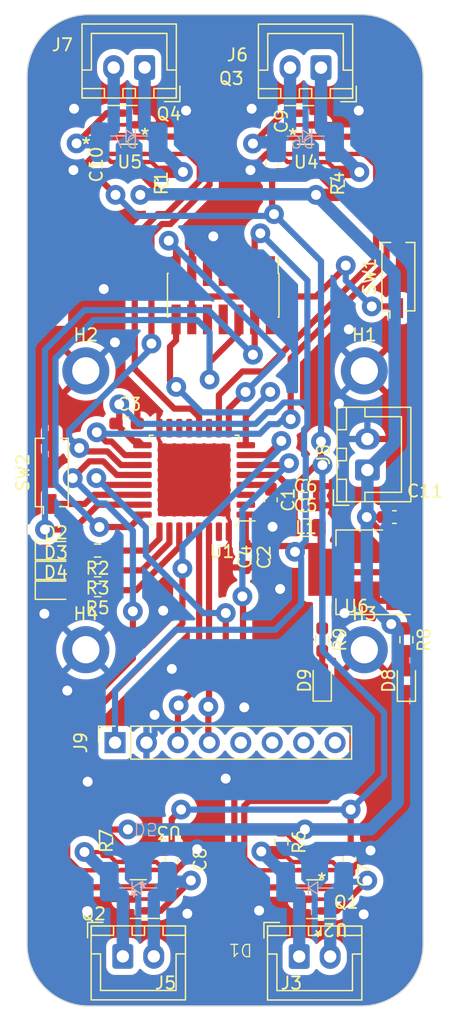
<source format=kicad_pcb>
(kicad_pcb (version 20221018) (generator pcbnew)
  (layers (0 "F.Cu" signal) (31 "B.Cu" signal) (34 "B.Paste" user) (35 "F.Paste" user) (36 "B.SilkS" user "B.Silkscreen") (37 "F.SilkS" user "F.Silkscreen") (38 "B.Mask" user) (39 "F.Mask" user) (44 "Edge.Cuts" user))
  (net 0 "")
  (net 1 "Reset_Buton ")
  (net 2 "GND")
  (net 3 "+3.3V")
  (net 4 "+3.3VA")
  (net 5 "Net-(D2-A)")
  (net 6 "Net-(D3-A)")
  (net 7 "LED_STATUS")
  (net 8 "Net-(D4-A)")
  (net 9 "LED_STOP")
  (net 10 "Net-(D8-A)")
  (net 11 "LED_Start")
  (net 12 "Net-(D1-K)")
  (net 13 "Net-(D1-A)")
  (net 16 "SWDIO")
  (net 17 "SWDCK")
  (net 21 "USART2_RX")
  (net 22 "USART2_TX")
  (net 23 "Net-(D5-K)")
  (net 24 "Net-(D5-A)")
  (net 25 "Net-(D6-K)")
  (net 26 "Net-(D6-A)")
  (net 27 "Net-(D7-K)")
  (net 28 "Net-(D7-A)")
  (net 29 "I2C_SCL")
  (net 30 "I2C_SDA")
  (net 35 "PWM_1")
  (net 36 "PWM_2")
  (net 37 "PWM_3")
  (net 38 "PWM_4")
  (net 39 "VCC")
  (net 40 "Start_Buton")
  (net 43 "AO1")
  (net 44 "AO2")
  (net 45 "AO3")
  (net 47 "AO4")
  (net 52 "Net-(D9-A)")
  (footprint "MountingHole:MountingHole_2.2mm_M2_DIN965_Pad" (layer "F.Cu") (at 50 50)
    (fp_text reference "H2")
    (fp_text value "MountingHole_Pad")
  )
  (footprint "Capacitor_SMD:C_0603_1608Metric_Pad1.08x0.95mm_HandSolder" (layer "F.Cu") (at 67.7375 60.85)
    (fp_text reference "C5")
    (fp_text value "1u")
  )
  (footprint "Connector_JST:JST_XH_B2B-XH-A_1x02_P2.50mm_Vertical" (layer "F.Cu") (at 69 25.535 180)
    (fp_text reference "J6")
    (fp_text value "Conn_01x02")
  )
  (footprint "Connector_JST:JST_XH_B2B-XH-A_1x02_P2.50mm_Vertical" (layer "F.Cu") (at 67.24 97.255)
    (fp_text reference "J3")
    (fp_text value "Conn_01x02")
  )
  (footprint "Connector_JST:JST_XH_B2B-XH-A_1x02_P2.50mm_Vertical" (layer "F.Cu") (at 52.99 97.245)
    (fp_text reference "J5")
    (fp_text value "Conn_01x02")
  )
  (footprint "Button_Switch_SMD:SW_DIP_SPSTx01_Slide_Copal_CHS-01A_W5.08mm_P1.27mm_JPin" (layer "F.Cu") (at 75.25 42.4 90)
    (fp_text reference "SW1")
    (fp_text value "SW_Push")
  )
  (footprint "Connector_JST:JST_XH_B2B-XH-A_1x02_P2.50mm_Vertical" (layer "F.Cu") (at 72.75 58 90)
    (fp_text reference "J8")
    (fp_text value "batterie")
  )
  (footprint "Package_TO_SOT_SMD:SOT-23" (layer "F.Cu") (at 53.5 30.15)
    (fp_text reference "Q4")
    (fp_text value "SQ2310ES")
  )
  (footprint "Package_TO_SOT_SMD:SOT-223-3_TabPin2" (layer "F.Cu") (at 72.12 66.25 180)
    (fp_text reference "U6")
    (fp_text value "regulator_17395xx36")
  )
  (footprint "Capacitor_SMD:C_0603_1608Metric_Pad1.08x0.95mm_HandSolder" (layer "F.Cu") (at 74.9325 61.8)
    (fp_text reference "C11")
    (fp_text value "10uF")
  )
  (footprint "Capacitor_SMD:C_0603_1608Metric_Pad1.08x0.95mm_HandSolder" (layer "F.Cu") (at 65.0525 33.360001 -90)
    (fp_text reference "C9")
    (fp_text value "0.1u")
  )
  (footprint "Connector_PinHeader_1.27mm:PinHeader_2x07_P1.27mm_Vertical_SMD" (layer "F.Cu") (at 61.1 43.9 -90)
    (fp_text reference "J4" hide)
    (fp_text value "Conn_02x07_Odd_Even")
  )
  (footprint "Capacitor_SMD:C_0603_1608Metric_Pad1.08x0.95mm_HandSolder" (layer "F.Cu") (at 50.8 33.350001 -90)
    (fp_text reference "C10")
    (fp_text value "0.1u")
  )
  (footprint "Connector_JST:JST_XH_B2B-XH-A_1x02_P2.50mm_Vertical" (layer "F.Cu") (at 54.75 25.525 180)
    (fp_text reference "J7")
    (fp_text value "Conn_01x02")
  )
  (footprint "MountingHole:MountingHole_2.2mm_M2_DIN965_Pad" (layer "F.Cu") (at 72.5 72.5)
    (fp_text reference "H3")
    (fp_text value "MountingHole_Pad")
  )
  (footprint "LED_SMD:LED_0603_1608Metric_Pad1.05x0.95mm_HandSolder" (layer "F.Cu") (at 47.5825 66.1)
    (fp_text reference "D3")
    (fp_text value "LED")
  )
  (footprint "Resistor_SMD:R_0603_1608Metric_Pad0.98x0.95mm_HandSolder" (layer "F.Cu") (at 70.3525 34.86 90)
    (fp_text reference "R4")
    (fp_text value "R_Small")
  )
  (footprint "Package_TO_SOT_SMD:SOT-23" (layer "F.Cu") (at 54.2375 92.62 180)
    (fp_text reference "Q2")
    (fp_text value "SQ2310ES")
  )
  (footprint "MountingHole:MountingHole_2.2mm_M2_DIN965_Pad" (layer "F.Cu") (at 50 72.5)
    (fp_text reference "H4")
    (fp_text value "MountingHole_Pad")
  )
  (footprint "Button_Switch_SMD:SW_DIP_SPSTx01_Slide_Copal_CHS-01A_W5.08mm_P1.27mm_JPin" (layer "F.Cu") (at 47.25 58.2 90)
    (fp_text reference "SW2")
    (fp_text value "SW_Push")
  )
  (footprint "Resistor_SMD:R_0603_1608Metric_Pad0.98x0.95mm_HandSolder" (layer "F.Cu") (at 65.8 88 -90)
    (fp_text reference "R6")
    (fp_text value "R_Small")
  )
  (footprint "footprints:SC70-6_ONS" (layer "F.Cu") (at 53.55 33.150001)
    (fp_text reference "U5")
    (fp_text value "NCS210")
  )
  (footprint "Inductor_SMD:L_0805_2012Metric_Pad1.15x1.40mm_HandSolder" (layer "F.Cu") (at 67.7875 62.65 180)
    (fp_text reference "L1")
    (fp_text value "39n")
  )
  (footprint "Resistor_SMD:R_0603_1608Metric_Pad0.98x0.95mm_HandSolder" (layer "F.Cu") (at 50.95 67.7 180)
    (fp_text reference "R5")
    (fp_text value "1k")
  )
  (footprint "Package_TO_SOT_SMD:SOT-23" (layer "F.Cu") (at 67.7525 30.16)
    (fp_text reference "Q3")
    (fp_text value "SQ2310ES")
  )
  (footprint "LED_SMD:LED_0603_1608Metric_Pad1.05x0.95mm_HandSolder" (layer "F.Cu") (at 69.1 74.9875 90)
    (fp_text reference "D9")
    (fp_text value "LED")
  )
  (footprint "Resistor_SMD:R_0603_1608Metric_Pad0.98x0.95mm_HandSolder" (layer "F.Cu") (at 56.1 34.85 90)
    (fp_text reference "R1")
    (fp_text value "R_Small")
  )
  (footprint "Resistor_SMD:R_0603_1608Metric_Pad0.98x0.95mm_HandSolder" (layer "F.Cu") (at 50.95 64.5 180)
    (fp_text reference "R2")
    (fp_text value "1k")
  )
  (footprint "Resistor_SMD:R_0603_1608Metric_Pad0.98x0.95mm_HandSolder" (layer "F.Cu") (at 51.6375 87.92 -90)
    (fp_text reference "R7")
    (fp_text value "R_Small")
  )
  (footprint "LED_SMD:LED_0603_1608Metric_Pad1.05x0.95mm_HandSolder" (layer "F.Cu") (at 47.5825 64.5)
    (fp_text reference "D2")
    (fp_text value "LED")
  )
  (footprint "MountingHole:MountingHole_2.2mm_M2_DIN965_Pad" (layer "F.Cu") (at 72.5 50)
    (fp_text reference "H1")
    (fp_text value "MountingHole_Pad")
  )
  (footprint "Resistor_SMD:R_0603_1608Metric_Pad0.98x0.95mm_HandSolder" (layer "F.Cu") (at 75.9 71.7 -90)
    (fp_text reference "R8")
    (fp_text value "1k")
  )
  (footprint "Resistor_SMD:R_0603_1608Metric_Pad0.98x0.95mm_HandSolder" (layer "F.Cu") (at 69.1 71.6875 -90)
    (fp_text reference "R9")
    (fp_text value "1k")
  )
  (footprint "footprints:SC70-6_ONS" (layer "F.Cu") (at 68.44 89.629999 180)
    (fp_text reference "U2")
    (fp_text value "NCS210")
  )
  (footprint "Package_TO_SOT_SMD:SOT-23" (layer "F.Cu") (at 68.49 92.63 180)
    (fp_text reference "Q1")
    (fp_text value "SQ2310ES")
  )
  (footprint "Capacitor_SMD:C_0603_1608Metric_Pad1.08x0.95mm_HandSolder" (layer "F.Cu") (at 64.4 65 -90)
    (fp_text reference "C2")
    (fp_text value "4.7uF")
  )
  (footprint "footprints:SC70-6_ONS" (layer "F.Cu") (at 54.1875 89.619999 180)
    (fp_text reference "U3")
    (fp_text value "NCS210")
  )
  (footprint "Capacitor_SMD:C_0603_1608Metric_Pad1.08x0.95mm_HandSolder" (layer "F.Cu") (at 64.95 60.4 -90)
    (fp_text reference "C1")
    (fp_text value "100nF")
  )
  (footprint "Capacitor_SMD:C_0603_1608Metric_Pad1.08x0.95mm_HandSolder" (layer "F.Cu") (at 62.85 65 -90)
    (fp_text reference "C4")
    (fp_text value "100n")
  )
  (footprint "Capacitor_SMD:C_0603_1608Metric_Pad1.08x0.95mm_HandSolder" (layer "F.Cu") (at 53.3 54.25)
    (fp_text reference "C3")
    (fp_text value "100n")
  )
  (footprint "LED_SMD:LED_0603_1608Metric_Pad1.05x0.95mm_HandSolder" (layer "F.Cu") (at 47.575 67.7)
    (fp_text reference "D4")
    (fp_text value "LED")
  )
  (footprint "footprints:SC70-6_ONS" (layer "F.Cu") (at 67.8025 33.160001)
    (fp_text reference "U4")
    (fp_text value "NCS210")
  )
  (footprint "Resistor_SMD:R_0603_1608Metric_Pad0.98x0.95mm_HandSolder" (layer "F.Cu") (at 50.95 66.1 180)
    (fp_text reference "R3")
    (fp_text value "1k")
  )
  (footprint "Capacitor_SMD:C_0603_1608Metric_Pad1.08x0.95mm_HandSolder" (layer "F.Cu") (at 56.9375 89.419999 90)
    (fp_text reference "C8")
    (fp_text value "0.1u")
  )
  (footprint "LED_SMD:LED_0603_1608Metric_Pad1.05x0.95mm_HandSolder" (layer "F.Cu") (at 75.9 75 90)
    (fp_text reference "D8")
    (fp_text value "LED")
  )
  (footprint "Capacitor_SMD:C_0603_1608Metric_Pad1.08x0.95mm_HandSolder" (layer "F.Cu") (at 71.3 89.4 90)
    (fp_text reference "C7")
    (fp_text value "0.1u")
  )
  (footprint "Connector_PinSocket_2.54mm:PinSocket_1x08_P2.54mm_Vertical" (layer "F.Cu") (at 52.36 80 90)
    (fp_text reference "J9")
    (fp_text value "Conn_01x08")
  )
  (footprint "Capacitor_SMD:C_0603_1608Metric_Pad1.08x0.95mm_HandSolder" (layer "F.Cu") (at 67.7375 59.3)
    (fp_text reference "C6")
    (fp_text value "10n")
  )
  (footprint "Package_QFP:LQFP-32_7x7mm_P0.8mm" (layer "F.Cu") (at 58.75 58.8 180)
    (fp_text reference "U1")
    (fp_text value "STM32L412KBTx")
  )
  (footprint "mesempreintes:DiodeVS-30BQ015HM3" (layer "B.Cu") (at 67.7525 31.56 180)
    (fp_text reference "D6")
    (fp_text value "VS-30BQ0115HM3")
  )
  (footprint "mesempreintes:DiodeVS-30BQ015HM3" (layer "B.Cu") (at 54.2375 91.22)
    (fp_text reference "D5")
    (fp_text value "VS-30BQ0115HM3")
  )
  (footprint "mesempreintes:DiodeVS-30BQ015HM3" (layer "B.Cu") (at 68.49 91.23)
    (fp_text reference "D1")
    (fp_text value "VS-30BQ0115HM3")
  )
  (footprint "mesempreintes:DiodeVS-30BQ015HM3" (layer "B.Cu") (at 53.5 31.55 180)
    (fp_text reference "D7")
    (fp_text value "VS-30BQ0115HM3")
  )
  (gr_line locked (start 50.25 101.25) (end 72.25 101.25) (stroke (width 0.1)) (layer "Edge.Cuts"))
  (gr_line locked (start 77.25 96.25) (end 77.25 26.25) (stroke (width 0.1)) (layer "Edge.Cuts"))
  (gr_arc locked (start 50.25 101.25) (mid 46.714466 99.785534) (end 45.25 96.25) (stroke (width 0.1)) (layer "Edge.Cuts"))
  (gr_line locked (start 72.25 21.25) (end 50.25 21.25) (stroke (width 0.1)) (layer "Edge.Cuts"))
  (gr_line locked (start 45.25 26.25) (end 45.25 96.25) (stroke (width 0.1)) (layer "Edge.Cuts"))
  (gr_arc locked (start 72.25 21.25) (mid 75.785534 22.714466) (end 77.25 26.25) (stroke (width 0.1)) (layer "Edge.Cuts"))
  (gr_arc locked (start 45.25 26.25) (mid 46.714466 22.714466) (end 50.25 21.25) (stroke (width 0.1)) (layer "Edge.Cuts"))
  (gr_arc locked (start 77.25 96.25) (mid 75.785534 99.785534) (end 72.25 101.25) (stroke (width 0.1)) (layer "Edge.Cuts"))
  (gr_text "Drone_1A\n" (at 47.86 45.65 90) (layer "F.Cu") (effects (font (size 1.5 1.5) (thickness 0.3) bold) (justify left bottom)))
  (segment (start 71 41.6) (end 71 41.5) (width 0.5) (layer "F.Cu") (net 1))
  (segment (start 73.1 44.8) (end 75.11 44.8) (width 0.5) (layer "F.Cu") (net 1))
  (segment (start 64.6125 59.2) (end 64.95 59.5375) (width 0.5) (layer "F.Cu") (net 1))
  (segment (start 58.72 44) (end 68.6 44) (width 0.5) (layer "F.Cu") (net 1))
  (segment (start 75.11 44.8) (end 75.25 44.94) (width 0.5) (layer "F.Cu") (net 1))
  (segment (start 68.6 44) (end 71 41.6) (width 0.5) (layer "F.Cu") (net 1))
  (segment (start 62.925 59.2) (end 64.6125 59.2) (width 0.5) (layer "F.Cu") (net 1))
  (segment (start 58.56 44.16) (end 58.72 44) (width 0.5) (layer "F.Cu") (net 1))
  (segment (start 58.56 45.85) (end 58.56 44.16) (width 0.5) (layer "F.Cu") (net 1))
  (via (at 73.1 44.8) (size 1.6) (drill 0.8) (layers "F.Cu" "B.Cu") (net 1))
  (via (at 71 41.5) (size 1.6) (drill 0.8) (layers "F.Cu" "B.Cu") (net 1))
  (segment (start 71 42.7) (end 73.1 44.8) (width 0.5) (layer "B.Cu") (net 1))
  (segment (start 71 41.5) (end 71 42.7) (width 0.5) (layer "B.Cu") (net 1))
  (segment (start 70.34 90.279998) (end 71.177499 90.279998) (width 0.35) (layer "F.Cu") (net 2))
  (segment locked (start 65.9 32.510002) (end 65.062501 32.510002) (width 0.35) (layer "F.Cu") (net 2))
  (segment locked (start 66.9745 32.510002) (end 65.9 32.510002) (width 0.35) (layer "F.Cu") (net 2))
  (segment (start 65.062501 32.510002) (end 64.589998 32.510002) (width 0.5) (layer "F.Cu") (net 2))
  (segment locked (start 51.65 32.500002) (end 51.65 32.75) (width 0.35) (layer "F.Cu") (net 2))
  (segment locked (start 51.65 32.75) (end 52.0472 33.1472) (width 0.35) (layer "F.Cu") (net 2))
  (segment (start 49.487501 33.8) (end 49 33.8) (width 0.5) (layer "F.Cu") (net 2))
  (segment locked (start 52.7245 32.500002) (end 51.65 32.500002) (width 0.35) (layer "F.Cu") (net 2))
  (segment (start 71.420002 90.279998) (end 73 88.7) (width 0.5) (layer "F.Cu") (net 2))
  (segment (start 50.8 32.487501) (end 49.487501 33.8) (width 0.5) (layer "F.Cu") (net 2))
  (segment (start 55.0155 90.269998) (end 56.09 90.269998) (width 0.35) (layer "F.Cu") (net 2))
  (segment (start 56.09 90.269998) (end 56.09 90.02) (width 0.35) (layer "F.Cu") (net 2))
  (segment locked (start 50.812501 32.500002) (end 50.8 32.487501) (width 0.8) (layer "F.Cu") (net 2))
  (segment locked (start 66.2972 33.1572) (end 66.9745 33.1572) (width 0.35) (layer "F.Cu") (net 2))
  (segment (start 57.317501 90.282499) (end 59 88.6) (width 0.5) (layer "F.Cu") (net 2))
  (segment (start 69.9428 89.6328) (end 69.2655 89.6328) (width 0.35) (layer "F.Cu") (net 2))
  (segment locked (start 52.0472 33.1472) (end 52.7245 33.1472) (width 0.35) (layer "F.Cu") (net 2))
  (segment (start 56.927499 90.269998) (end 56.94 90.282499) (width 0.8) (layer "F.Cu") (net 2))
  (segment (start 56.09 90.269998) (end 56.927499 90.269998) (width 0.35) (layer "F.Cu") (net 2))
  (segment (start 71.177499 90.279998) (end 71.19 90.292499) (width 0.8) (layer "F.Cu") (net 2))
  (segment (start 71.177499 90.279998) (end 71.420002 90.279998) (width 0.5) (layer "F.Cu") (net 2))
  (segment (start 55.6928 89.6228) (end 55.0155 89.6228) (width 0.35) (layer "F.Cu") (net 2))
  (segment (start 64.95 62.440683) (end 65.088 62.578683) (width 0.5) (layer "F.Cu") (net 2))
  (segment (start 56.9375 90.282499) (end 57.317501 90.282499) (width 0.5) (layer "F.Cu") (net 2))
  (segment locked (start 51.65 32.500002) (end 50.812501 32.500002) (width 0.35) (layer "F.Cu") (net 2))
  (segment (start 56.09 90.02) (end 55.6928 89.6228) (width 0.35) (layer "F.Cu") (net 2))
  (segment (start 64.95 61.2625) (end 64.95 62.440683) (width 0.5) (layer "F.Cu") (net 2))
  (segment locked (start 65.9 32.510002) (end 65.9 32.76) (width 0.35) (layer "F.Cu") (net 2))
  (segment (start 70.34 90.03) (end 69.9428 89.6328) (width 0.35) (layer "F.Cu") (net 2))
  (segment locked (start 65.9 32.76) (end 66.2972 33.1572) (width 0.35) (layer "F.Cu") (net 2))
  (segment locked (start 65.062501 32.510002) (end 65.05 32.497501) (width 0.8) (layer "F.Cu") (net 2))
  (segment (start 70.34 90.279998) (end 70.34 90.03) (width 0.35) (layer "F.Cu") (net 2))
  (segment (start 69.2655 90.279998) (end 70.34 90.279998) (width 0.35) (layer "F.Cu") (net 2))
  (segment (start 64.589998 32.510002) (end 63.3 33.8) (width 0.5) (layer "F.Cu") (net 2))
  (via (at 56.95 74.05) (size 1.6) (drill 0.8) (layers "F.Cu" "B.Cu") (net 2))
  (via (at 48.5 75.8) (size 1.6) (drill 0.8) (layers "F.Cu" "B.Cu") (net 2))
  (via (at 49.05 28.85) (size 1.6) (drill 0.8) (layers "F.Cu" "B.Cu") (net 2))
  (via (at 64 93.55) (size 1.6) (drill 0.8) (layers "F.Cu" "B.Cu") (net 2))
  (via (at 60.3 39.15) (size 1.6) (drill 0.8) (layers "F.Cu" "B.Cu") (net 2))
  (via (at 73 88.7) (size 1.6) (drill 0.8) (layers "F.Cu" "B.Cu") (net 2))
  (via (at 49 33.8) (size 1.6) (drill 0.8) (layers "F.Cu" "B.Cu") (net 2))
  (via (at 72.45 93.85) (size 1.6) (drill 0.8) (layers "F.Cu" "B.Cu") (net 2))
  (via (at 63.3 33.8) (size 1.6) (drill 0.8) (layers "F.Cu" "B.Cu") (net 2))
  (via (at 70.9 69.55) (size 1.6) (drill 0.8) (layers "F.Cu" "B.Cu") (net 2))
  (via (at 55.554305 77.754305) (size 1.6) (drill 0.8) (layers "F.Cu" "B.Cu") (net 2))
  (via (at 71.25 46.65) (size 1.6) (drill 0.8) (layers "F.Cu" "B.Cu") (net 2))
  (via (at 72.05 29) (size 1.6) (drill 0.8) (layers "F.Cu" "B.Cu") (net 2))
  (via (at 65.088 62.578683) (size 1.6) (drill 0.8) (layers "F.Cu" "B.Cu") (net 2))
  (via (at 63.4 28.85) (size 1.6) (drill 0.8) (layers "F.Cu" "B.Cu") (net 2))
  (via (at 56.25 69.35) (size 1.6) (drill 0.8) (layers "F.Cu" "B.Cu") (net 2))
  (via (at 51.45 43.4) (size 1.6) (drill 0.8) (layers "F.Cu" "B.Cu") (net 2))
  (via (at 59 88.6) (size 1.6) (drill 0.8) (layers "F.Cu" "B.Cu") (net 2))
  (via (at 52.35 47.7) (size 1.6) (drill 0.8) (layers "F.Cu" "B.Cu") (net 2))
  (via (at 70.45 52.65) (size 1.6) (drill 0.8) (layers "F.Cu" "B.Cu") (net 2))
  (via (at 58.1 29) (size 1.6) (drill 0.8) (layers "F.Cu" "B.Cu") (net 2))
  (via (at 50.1 93.6) (size 1.6) (drill 0.8) (layers "F.Cu" "B.Cu") (net 2))
  (via (at 58.2 93.8) (size 1.6) (drill 0.8) (layers "F.Cu" "B.Cu") (net 2))
  (via (at 50.15 83.15) (size 1.6) (drill 0.8) (layers "F.Cu" "B.Cu") (net 2))
  (via (at 65.7 67.6) (size 1.6) (drill 0.8) (layers "F.Cu" "B.Cu") (net 2))
  (via (at 46.65 69.6) (size 1.6) (drill 0.8) (layers "F.Cu" "B.Cu") (net 2))
  (via (at 61.3 82.9) (size 1.6) (drill 0.8) (layers "F.Cu" "B.Cu") (net 2))
  (via (at 62.8 77.15) (size 1.6) (drill 0.8) (layers "F.Cu" "B.Cu") (net 2))
  (segment (start 55.554305 77.754305) (end 55.554305 79.345695) (width 0.5) (layer "B.Cu") (net 2))
  (segment (start 55.554305 79.345695) (end 54.9 80) (width 0.5) (layer "B.Cu") (net 2))
  (segment (start 52.4375 54.25) (end 52.7 53.9875) (width 0.5) (layer "F.Cu") (net 3))
  (segment (start 62.925 61.6) (end 62.925 64.0625) (width 0.5) (layer "F.Cu") (net 3))
  (segment (start 69.1 66.38) (end 68.97 66.25) (width 0.5) (layer "F.Cu") (net 3))
  (segment (start 54.256668 55.681668) (end 53.869168 55.681668) (width 0.5) (layer "F.Cu") (net 3))
  (segment (start 66.5 64.1375) (end 66.5 64.2) (width 0.5) (layer "F.Cu") (net 3))
  (segment (start 68.97 64.1) (end 68.97 62.8075) (width 0.5) (layer "F.Cu") (net 3))
  (segment (start 63.64 39.36) (end 64.1 38.9) (width 0.5) (layer "F.Cu") (net 3))
  (segment (start 68.97 62.8075) (end 68.8125 62.65) (width 0.5) (layer "F.Cu") (net 3))
  (segment (start 53.869168 55.681668) (end 52.4375 54.25) (width 0.5) (layer "F.Cu") (net 3))
  (segment (start 66.5 64.1375) (end 68.9325 64.1375) (width 0.5) (layer "F.Cu") (net 3))
  (segment (start 52.7 53.9875) (end 52.7 52.7) (width 0.5) (layer "F.Cu") (net 3))
  (segment (start 69.1 70.775) (end 69.1 66.38) (width 0.5) (layer "F.Cu") (net 3))
  (segment (start 62.85 64.1375) (end 64.4 64.1375) (width 0.5) (layer "F.Cu") (net 3))
  (segment (start 68.97 66.25) (end 75.27 66.25) (width 0.5) (layer "F.Cu") (net 3))
  (segment (start 68.9325 64.1375) (end 68.97 64.1) (width 0.5) (layer "F.Cu") (net 3))
  (segment (start 68.97 66.25) (end 68.97 64.1) (width 0.5) (layer "F.Cu") (net 3))
  (segment (start 54.575 56) (end 54.256668 55.681668) (width 0.5) (layer "F.Cu") (net 3))
  (segment (start 63.64 41.95) (end 63.64 39.36) (width 0.5) (layer "F.Cu") (net 3))
  (segment (start 64.4 64.1375) (end 66.5 64.1375) (width 0.5) (layer "F.Cu") (net 3))
  (segment (start 62.925 64.0625) (end 62.85 64.1375) (width 0.5) (layer "F.Cu") (net 3))
  (segment (start 63 61.675) (end 62.925 61.6) (width 0.5) (layer "F.Cu") (net 3))
  (segment (start 66.5 64.2) (end 66.9 64.6) (width 0.5) (layer "F.Cu") (net 3))
  (via (at 66.9 64.6) (size 1.6) (drill 0.8) (layers "F.Cu" "B.Cu") (net 3))
  (via (at 52.7 52.7) (size 1.6) (drill 0.8) (layers "F.Cu" "B.Cu") (net 3))
  (via (at 64.1 38.9) (size 1.6) (drill 0.8) (layers "F.Cu" "B.Cu") (net 3))
  (segment (start 67.90079 52.6) (end 67.90079 42.70079) (width 0.5) (layer "B.Cu") (net 3))
  (segment (start 67.856186 52.555396) (end 65.992101 52.555396) (width 0.5) (layer "B.Cu") (net 3))
  (segment (start 57.258973 70.891027) (end 65.308973 70.891027) (width 0.5) (layer "B.Cu") (net 3))
  (segment (start 67.90079 52.6) (end 67.90079 54.464378) (width 0.5) (layer "B.Cu") (net 3))
  (segment (start 67.768028 56.889805) (end 67.768028 63.731972) (width 0.5) (layer "B.Cu") (net 3))
  (segment (start 67.4 65.1) (end 66.9 64.6) (width 0.5) (layer "B.Cu") (net 3))
  (segment (start 67.768028 63.731972) (end 66.9 64.6) (width 0.5) (layer "B.Cu") (net 3))
  (segment (start 67.631518 54.73365) (end 67.631518 56.753296) (width 0.5) (layer "B.Cu") (net 3))
  (segment (start 67.4 68.8) (end 67.4 65.1) (width 0.5) (layer "B.Cu") (net 3))
  (segment (start 54.277001 54.277001) (end 52.7 52.7) (width 0.5) (layer "B.Cu") (net 3))
  (segment (start 64.66326 53.336035) (end 63.722294 54.277001) (width 0.5) (layer "B.Cu") (net 3))
  (segment (start 65.992101 52.555396) (end 65.211462 53.336035) (width 0.5) (layer "B.Cu") (net 3))
  (segment (start 63.722294 54.277001) (end 54.277001 54.277001) (width 0.5) (layer "B.Cu") (net 3))
  (segment (start 67.90079 54.464378) (end 67.631518 54.73365) (width 0.5) (layer "B.Cu") (net 3))
  (segment (start 65.211462 53.336035) (end 64.66326 53.336035) (width 0.5) (layer "B.Cu") (net 3))
  (segment (start 52.36 80) (end 52.36 75.79) (width 0.5) (layer "B.Cu") (net 3))
  (segment (start 65.308973 70.891027) (end 67.4 68.8) (width 0.5) (layer "B.Cu") (net 3))
  (segment (start 67.631518 56.753296) (end 67.768028 56.889805) (width 0.5) (layer "B.Cu") (net 3))
  (segment (start 67.90079 42.70079) (end 64.1 38.9) (width 0.5) (layer "B.Cu") (net 3))
  (segment (start 52.36 75.79) (end 57.258973 70.891027) (width 0.5) (layer "B.Cu") (net 3))
  (segment (start 67.90079 52.6) (end 67.856186 52.555396) (width 0.5) (layer "B.Cu") (net 3))
  (segment locked (start 65.4597 33.812801) (end 66.9745 33.812801) (width 0.35) (layer "F.Cu") (net 4))
  (segment (start 71.19 88.567499) (end 70.7803 88.977199) (width 0.35) (layer "F.Cu") (net 4))
  (segment (start 56.94 88.557499) (end 56.5303 88.967199) (width 0.35) (layer "F.Cu") (net 4))
  (segment (start 66.875 60.85) (end 66.875 62.5375) (width 0.5) (layer "F.Cu") (net 4))
  (segment (start 65.332059 58.4) (end 65.382059 58.45) (width 0.5) (layer "F.Cu") (net 4))
  (segment locked (start 65.05 34.222501) (end 65.4597 33.812801) (width 0.35) (layer "F.Cu") (net 4))
  (segment (start 65.513693 58.45) (end 66.363693 59.3) (width 0.5) (layer "F.Cu") (net 4))
  (segment (start 66.875 62.5375) (end 66.7625 62.65) (width 0.5) (layer "F.Cu") (net 4))
  (segment (start 66.875 59.3) (end 68.575 57.6) (width 0.5) (layer "F.Cu") (net 4))
  (segment (start 68.575 57.6) (end 69.117528 57.6) (width 0.5) (layer "F.Cu") (net 4))
  (segment locked (start 51.2097 33.802801) (end 52.7245 33.802801) (width 0.35) (layer "F.Cu") (net 4))
  (segment (start 65.382059 58.45) (end 65.513693 58.45) (width 0.5) (layer "F.Cu") (net 4))
  (segment (start 68.742254 57.6) (end 69.117528 57.6) (width 0.5) (layer "F.Cu") (net 4))
  (segment (start 56.9375 88.557499) (end 56.9375 86.163) (width 0.5) (layer "F.Cu") (net 4))
  (segment (start 50.8 34.212501) (end 50.812501 34.212501) (width 0.5) (layer "F.Cu") (net 4))
  (segment (start 71.4 88.4375) (end 71.3 88.5375) (width 0.5) (layer "F.Cu") (net 4))
  (segment (start 56.9375 86.163) (end 57.7 85.4005) (width 0.5) (layer "F.Cu") (net 4))
  (segment (start 69 57.482472) (end 69.117528 57.6) (width 0.5) (layer "F.Cu") (net 4))
  (segment (start 56.5303 88.967199) (end 55.0155 88.967199) (width 0.35) (layer "F.Cu") (net 4))
  (segment (start 65.0525 34.222501) (end 65.0525 37.203064) (width 0.5) (layer "F.Cu") (net 4))
  (segment (start 71.4 85.4) (end 71.4 88.4375) (width 0.5) (layer "F.Cu") (net 4))
  (segment (start 66.363693 59.3) (end 66.875 59.3) (width 0.5) (layer "F.Cu") (net 4))
  (segment (start 62.925 58.4) (end 65.332059 58.4) (width 0.5) (layer "F.Cu") (net 4))
  (segment (start 66.875 60.85) (end 66.875 59.3) (width 0.5) (layer "F.Cu") (net 4))
  (segment (start 70.7803 88.977199) (end 69.2655 88.977199) (width 0.35) (layer "F.Cu") (net 4))
  (segment locked (start 50.8 34.212501) (end 51.2097 33.802801) (width 0.35) (layer "F.Cu") (net 4))
  (segment (start 50.812501 34.212501) (end 52.4 35.8) (width 0.5) (layer "F.Cu") (net 4))
  (segment (start 69 55.7) (end 69 57.482472) (width 0.5) (layer "F.Cu") (net 4))
  (segment (start 65.0525 37.203064) (end 65.202956 37.35352) (width 0.5) (layer "F.Cu") (net 4))
  (via (at 71.4 85.4) (size 1.6) (drill 0.8) (layers "F.Cu" "B.Cu") (net 4))
  (via (at 65.202956 37.35352) (size 1.6) (drill 0.8) (layers "F.Cu" "B.Cu") (net 4))
  (via (at 57.7 85.4005) (size 1.6) (drill 0.8) (layers "F.Cu" "B.Cu") (net 4))
  (via (at 52.4 35.8) (size 1.6) (drill 0.8) (layers "F.Cu" "B.Cu") (net 4))
  (via (at 69.117528 57.6) (size 1.6) (drill 0.8) (layers "F.Cu" "B.Cu") (net 4))
  (via (at 69 55.7) (size 1.6) (drill 0.8) (layers "F.Cu" "B.Cu") (net 4))
  (segment (start 69 41.150564) (end 65.202956 37.35352) (width 0.5) (layer "B.Cu") (net 4))
  (segment (start 54.1 37.5) (end 65.056476 37.5) (width 0.5) (layer "B.Cu") (net 4))
  (segment (start 74.1 82.7) (end 74.1 77.564824) (width 0.5) (layer "B.Cu") (net 4))
  (segment (start 57.7 85.4005) (end 71.3995 85.4005) (width 0.5) (layer "B.Cu") (net 4))
  (segment (start 52.4 35.8) (end 54.1 37.5) (width 0.5) (layer "B.Cu") (net 4))
  (segment (start 69.117528 72.582352) (end 69.117528 57.6) (width 0.5) (layer "B.Cu") (net 4))
  (segment (start 65.056476 37.5) (end 65.202956 37.35352) (width 0.5) (layer "B.Cu") (net 4))
  (segment (start 71.3995 85.4005) (end 71.4 85.4) (width 0.5) (layer "B.Cu") (net 4))
  (segment (start 74.1 77.564824) (end 69.117528 72.582352) (width 0.5) (layer "B.Cu") (net 4))
  (segment (start 71.4 85.4) (end 74.1 82.7) (width 0.5) (layer "B.Cu") (net 4))
  (segment (start 69 55.7) (end 69 41.150564) (width 0.5) (layer "B.Cu") (net 4))
  (segment (start 48.4575 64.5) (end 50.0375 64.5) (width 0.5) (layer "F.Cu") (net 5))
  (segment (start 48.4575 66.1) (end 50.0375 66.1) (width 0.5) (layer "F.Cu") (net 6))
  (segment (start 51.8625 67.7) (end 54.060964 67.7) (width 0.5) (layer "F.Cu") (net 7))
  (segment (start 54.060964 67.7) (end 57.55 64.210964) (width 0.5) (layer "F.Cu") (net 7))
  (segment (start 57.55 64.210964) (end 57.55 62.975) (width 0.5) (layer "F.Cu") (net 7))
  (segment (start 50.0375 67.7) (end 48.45 67.7) (width 0.5) (layer "F.Cu") (net 8))
  (segment (start 51.8625 66.1) (end 54.529594 66.1) (width 0.5) (layer "F.Cu") (net 9))
  (segment (start 56.75 63.879594) (end 56.75 62.975) (width 0.5) (layer "F.Cu") (net 9))
  (segment (start 54.529594 66.1) (end 56.75 63.879594) (width 0.5) (layer "F.Cu") (net 9))
  (segment (start 75.9 74.125) (end 75.9 72.6125) (width 0.5) (layer "F.Cu") (net 10))
  (segment (start 55.95 63.548224) (end 55.95 62.975) (width 0.5) (layer "F.Cu") (net 11))
  (segment (start 54.998224 64.5) (end 55.95 63.548224) (width 0.5) (layer "F.Cu") (net 11))
  (segment (start 51.8625 64.5) (end 54.998224 64.5) (width 0.5) (layer "F.Cu") (net 11))
  (segment (start 65.89 88.8425) (end 64.1525 88.8425) (width 1) (layer "F.Cu") (net 12))
  (segment (start 64.1525 88.8425) (end 64.14 88.83) (width 1) (layer "F.Cu") (net 12))
  (segment (start 65.89 88.8425) (end 64.239513 88.8425) (width 1) (layer "F.Cu") (net 12))
  (segment (start 66.677499 89.629999) (end 67.6145 89.629999) (width 0.35) (layer "F.Cu") (net 12))
  (segment (start 64.239513 88.8425) (end 64.177624 88.780611) (width 1) (layer "F.Cu") (net 12))
  (segment (start 65.89 88.8425) (end 66.677499 89.629999) (width 0.35) (layer "F.Cu") (net 12))
  (via (at 64.177624 88.780611) (size 1.6) (drill 0.8) (layers "F.Cu" "B.Cu") (net 12))
  (segment (start 67.24 92.325) (end 67.24 97.255) (width 1) (layer "B.Cu") (net 12))
  (segment (start 66.145 91.23) (end 66.145 90.747987) (width 1) (layer "B.Cu") (net 12))
  (segment (start 66.145 90.747987) (end 64.177624 88.780611) (width 1) (layer "B.Cu") (net 12))
  (segment (start 66.145 91.23) (end 67.24 92.325) (width 1) (layer "B.Cu") (net 12))
  (segment (start 70.29 93.58) (end 69.4275 93.58) (width 0.5) (layer "F.Cu") (net 13))
  (segment (start 72.74 91.13) (end 70.29 93.58) (width 0.5) (layer "F.Cu") (net 13))
  (via (at 72.74 91.13) (size 1.6) (drill 0.8) (layers "F.Cu" "B.Cu") (net 13))
  (segment (start 72.64 91.23) (end 72.74 91.13) (width 0.5) (layer "B.Cu") (net 13))
  (segment (start 69.74 97.255) (end 69.74 92.325) (width 1) (layer "B.Cu") (net 13))
  (segment (start 70.835 91.23) (end 72.64 91.23) (width 0.5) (layer "B.Cu") (net 13))
  (segment (start 69.74 92.325) (end 70.835 91.23) (width 1) (layer "B.Cu") (net 13))
  (segment (start 48.991518 62.8) (end 46.7 62.8) (width 0.5) (layer "F.Cu") (net 16))
  (segment (start 63.64 48.56) (end 63.5 48.7) (width 0.5) (layer "F.Cu") (net 16))
  (segment (start 63.64 45.85) (end 63.64 48.56) (width 0.5) (layer "F.Cu") (net 16))
  (segment (start 54.575 60.8) (end 50.991518 60.8) (width 0.5) (layer "F.Cu") (net 16))
  (segment (start 50.991518 60.8) (end 48.991518 62.8) (width 0.5) (layer "F.Cu") (net 16))
  (via (at 63.5 48.7) (size 1.6) (drill 0.8) (layers "F.Cu" "B.Cu") (net 16))
  (via (at 46.7 62.8) (size 1.6) (drill 0.8) (layers "F.Cu" "B.Cu") (net 16))
  (segment (start 47.4 47.6) (end 49.9 45.1) (width 0.5) (layer "B.Cu") (net 16))
  (segment (start 49.9 45.1) (end 57.4 45.1) (width 0.5) (layer "B.Cu") (net 16))
  (segment (start 46.7 48.3) (end 47.4 47.6) (width 0.5) (layer "B.Cu") (net 16))
  (segment (start 59.9 45.1) (end 63.5 48.7) (width 0.5) (layer "B.Cu") (net 16))
  (segment (start 57.4 45.1) (end 59.9 45.1) (width 0.5) (layer "B.Cu") (net 16))
  (segment (start 46.7 62.8) (end 46.7 48.3) (width 0.5) (layer "B.Cu") (net 16))
  (segment (start 54.575 61.6) (end 53.575 62.6) (width 0.5) (layer "F.Cu") (net 17))
  (segment (start 60 49.3) (end 60 50.7) (width 0.5) (layer "F.Cu") (net 17))
  (segment (start 62.37 46.93) (end 60 49.3) (width 0.5) (layer "F.Cu") (net 17))
  (segment (start 53.575 62.6) (end 51.1 62.6) (width 0.5) (layer "F.Cu") (net 17))
  (segment (start 62.37 45.85) (end 62.37 46.93) (width 0.5) (layer "F.Cu") (net 17))
  (via (at 51.1 62.6) (size 1.6) (drill 0.8) (layers "F.Cu" "B.Cu") (net 17))
  (via (at 60 50.7) (size 1.6) (drill 0.8) (layers "F.Cu" "B.Cu") (net 17))
  (segment (start 47.55 59.169183) (end 47.55 48.985176) (width 0.5) (layer "B.Cu") (net 17))
  (segment (start 60 46.9) (end 60 50.7) (width 0.5) (layer "B.Cu") (net 17))
  (segment (start 58.999501 45.899501) (end 60 46.9) (width 0.5) (layer "B.Cu") (net 17))
  (segment (start 50.635675 45.899501) (end 58.999501 45.899501) (width 0.5) (layer "B.Cu") (net 17))
  (segment (start 47.55 48.985176) (end 50.635675 45.899501) (width 0.5) (layer "B.Cu") (net 17))
  (segment (start 51.1 62.6) (end 50.980817 62.6) (width 0.5) (layer "B.Cu") (net 17))
  (segment (start 50.980817 62.6) (end 47.55 59.169183) (width 0.5) (layer "B.Cu") (net 17))
  (segment (start 61.55 54.625) (end 61.55 53.058482) (width 0.5) (layer "F.Cu") (net 21))
  (segment (start 57.29 41.95) (end 57.29 40.09) (width 0.5) (layer "F.Cu") (net 21))
  (segment (start 57.29 40.09) (end 56.7 39.5) (width 0.5) (layer "F.Cu") (net 21))
  (segment (start 61.55 53.058482) (end 62.904241 51.704241) (width 0.5) (layer "F.Cu") (net 21))
  (via (at 56.7 39.5) (size 1.6) (drill 0.8) (layers "F.Cu" "B.Cu") (net 21))
  (via (at 62.904241 51.704241) (size 1.6) (drill 0.8) (layers "F.Cu" "B.Cu") (net 21))
  (segment (start 65.9 48.7) (end 56.7 39.5) (width 0.5) (layer "B.Cu") (net 21))
  (segment (start 65.9 48.708482) (end 65.9 48.7) (width 0.5) (layer "B.Cu") (net 21))
  (segment (start 62.904241 51.704241) (end 65.9 48.708482) (width 0.5) (layer "B.Cu") (net 21))
  (segment (start 62.925 56) (end 62.925 53.675) (width 0.5) (layer "F.Cu") (net 22))
  (segment (start 57.4 44.91) (end 57.44 44.95) (width 0.5) (layer "F.Cu") (net 22))
  (segment (start 56.8 48.04) (end 56.8 50.791518) (width 0.5) (layer "F.Cu") (net 22))
  (segment (start 62.925 53.675) (end 64.9 51.7) (width 0.5) (layer "F.Cu") (net 22))
  (segment (start 57.29 47.55) (end 56.8 48.04) (width 0.5) (layer "F.Cu") (net 22))
  (segment (start 57.29 45.85) (end 57.29 47.55) (width 0.5) (layer "F.Cu") (net 22))
  (segment (start 56.8 50.791518) (end 57.304242 51.29576) (width 0.5) (layer "F.Cu") (net 22))
  (via (at 57.304242 51.29576) (size 1.6) (drill 0.8) (layers "F.Cu" "B.Cu") (net 22))
  (via (at 64.9 51.7) (size 1.6) (drill 0.8) (layers "F.Cu" "B.Cu") (net 22))
  (segment (start 64.9 51.7) (end 63.251541 53.348459) (width 0.5) (layer "B.Cu") (net 22))
  (segment (start 59.356941 53.348459) (end 57.304242 51.29576) (width 0.5) (layer "B.Cu") (net 22))
  (segment (start 63.251541 53.348459) (end 59.356941 53.348459) (width 0.5) (layer "B.Cu") (net 22))
  (segment (start 49.9 88.8325) (end 49.8875 88.82) (width 0.35) (layer "F.Cu") (net 23))
  (segment (start 52.427499 89.619999) (end 53.3645 89.619999) (width 0.35) (layer "F.Cu") (net 23))
  (segment (start 51.64 88.8325) (end 52.427499 89.619999) (width 0.35) (layer "F.Cu") (net 23))
  (segment (start 51.6375 88.8325) (end 49.9 88.8325) (width 0.35) (layer "F.Cu") (net 23))
  (via (at 49.8875 88.82) (size 1.6) (drill 0.8) (layers "F.Cu" "B.Cu") (net 23))
  (segment (start 49.89 88.82) (end 49.8875 88.82) (width 1) (layer "B.Cu") (net 23))
  (segment (start 49.89 88.82) (end 51.895 90.825) (width 1) (layer "B.Cu") (net 23))
  (segment (start 51.895 91.22) (end 52.99 92.315) (width 1) (layer "B.Cu") (net 23))
  (segment (start 52.99 92.315) (end 52.99 97.245) (width 1) (layer "B.Cu") (net 23))
  (segment (start 51.895 90.825) (end 51.895 91.22) (width 1) (layer "B.Cu") (net 23))
  (segment (start 58.49 91.12) (end 56.04 93.57) (width 0.5) (layer "F.Cu") (net 24))
  (segment (start 56.04 93.57) (end 55.1775 93.57) (width 0.5) (layer "F.Cu") (net 24))
  (via (at 58.49 91.12) (size 1.6) (drill 0.8) (layers "F.Cu" "B.Cu") (net 24))
  (segment (start 55.49 92.315) (end 56.585 91.22) (width 1) (layer "B.Cu") (net 24))
  (segment (start 58.39 91.22) (end 58.49 91.12) (width 1) (layer "B.Cu") (net 24))
  (segment (start 56.585 91.22) (end 58.39 91.22) (width 1) (layer "B.Cu") (net 24))
  (segment (start 55.49 97.245) (end 55.49 92.315) (width 1) (layer "B.Cu") (net 24))
  (segment locked (start 69.562501 33.160001) (end 68.6255 33.160001) (width 0.35) (layer "F.Cu") (net 25))
  (segment locked (start 72.09 33.9475) (end 72.1025 33.96) (width 1) (layer "F.Cu") (net 25))
  (segment locked (start 70.35 33.9475) (end 69.562501 33.160001) (width 0.35) (layer "F.Cu") (net 25))
  (segment locked (start 70.3525 33.9475) (end 72.09 33.9475) (width 1) (layer "F.Cu") (net 25))
  (via locked (at 72.1025 33.96) (size 1.6) (drill 0.8) (layers "F.Cu" "B.Cu") (net 25))
  (segment locked (start 69 30.465) (end 69 25.535) (width 1) (layer "B.Cu") (net 25))
  (segment locked (start 70.095 31.56) (end 69 30.465) (width 1) (layer "B.Cu") (net 25))
  (segment locked (start 72.1 33.96) (end 70.095 31.955) (width 1) (layer "B.Cu") (net 25))
  (segment locked (start 70.095 31.955) (end 70.095 31.56) (width 1) (layer "B.Cu") (net 25))
  (segment locked (start 72.1 33.96) (end 72.1025 33.96) (width 1) (layer "B.Cu") (net 25))
  (segment locked (start 65.95 29.21) (end 66.8125 29.21) (width 0.5) (layer "F.Cu") (net 26))
  (segment locked (start 63.5 31.66) (end 65.95 29.21) (width 0.5) (layer "F.Cu") (net 26))
  (via locked (at 63.5 31.66) (size 1.6) (drill 0.8) (layers "F.Cu" "B.Cu") (net 26))
  (segment locked (start 65.405 31.56) (end 63.6 31.56) (width 1) (layer "B.Cu") (net 26))
  (segment locked (start 66.5 25.535) (end 66.5 30.465) (width 1) (layer "B.Cu") (net 26))
  (segment locked (start 63.6 31.56) (end 63.5 31.66) (width 1) (layer "B.Cu") (net 26))
  (segment locked (start 66.5 30.465) (end 65.405 31.56) (width 1) (layer "B.Cu") (net 26))
  (segment (start 57.8375 33.9375) (end 57.85 33.95) (width 0.5) (layer "F.Cu") (net 27))
  (segment (start 56.1 33.9375) (end 57.8375 33.9375) (width 1) (layer "F.Cu") (net 27))
  (segment locked (start 55.312501 33.150001) (end 54.3755 33.150001) (width 0.35) (layer "F.Cu") (net 27))
  (segment locked (start 56.1 33.9375) (end 55.312501 33.150001) (width 0.35) (layer "F.Cu") (net 27))
  (via locked (at 57.85 33.95) (size 1.6) (drill 0.8) (layers "F.Cu" "B.Cu") (net 27))
  (segment locked (start 54.75 30.455) (end 54.75 25.525) (width 1) (layer "B.Cu") (net 27))
  (segment locked (start 57.85 33.95) (end 55.845 31.945) (width 1) (layer "B.Cu") (net 27))
  (segment locked (start 55.845 31.55) (end 54.75 30.455) (width 1) (layer "B.Cu") (net 27))
  (segment locked (start 55.845 31.945) (end 55.845 31.55) (width 0.5) (layer "B.Cu") (net 27))
  (segment locked (start 51.7 29.2) (end 52.5625 29.2) (width 0.5) (layer "F.Cu") (net 28))
  (segment locked (start 49.25 31.65) (end 51.7 29.2) (width 0.5) (layer "F.Cu") (net 28))
  (via locked (at 49.25 31.65) (size 1.6) (drill 0.8) (layers "F.Cu" "B.Cu") (net 28))
  (segment locked (start 49.35 31.55) (end 49.25 31.65) (width 1) (layer "B.Cu") (net 28))
  (segment locked (start 51.155 31.55) (end 49.35 31.55) (width 1) (layer "B.Cu") (net 28))
  (segment locked (start 52.25 25.525) (end 52.25 30.455) (width 1) (layer "B.Cu") (net 28))
  (segment locked (start 52.25 30.455) (end 51.155 31.55) (width 1) (layer "B.Cu") (net 28))
  (segment (start 59.153741 65.536777) (end 59.153741 75.346259) (width 0.5) (layer "F.Cu") (net 29))
  (segment (start 57.44 77.06) (end 57.5 77) (width 0.5) (layer "F.Cu") (net 29))
  (segment (start 59.15 65.533036) (end 59.153741 65.536777) (width 0.5) (layer "F.Cu") (net 29))
  (segment (start 59.15 62.975) (end 59.15 65.533036) (width 0.5) (layer "F.Cu") (net 29))
  (segment (start 57.44 80) (end 57.44 77.06) (width 0.5) (layer "F.Cu") (net 29))
  (segment (start 59.153741 75.346259) (end 57.5 77) (width 0.5) (layer "F.Cu") (net 29))
  (via (at 57.5 77) (size 1.6) (drill 0.8) (layers "F.Cu" "B.Cu") (net 29))
  (segment (start 59.95 62.975) (end 59.95 65.20237) (width 0.5) (layer "F.Cu") (net 30))
  (segment (start 59.953242 77.046758) (end 59.9 77.1) (width 0.5) (layer "F.Cu") (net 30))
  (segment (start 59.9 79.92) (end 59.98 80) (width 0.5) (layer "F.Cu") (net 30))
  (segment (start 59.9 77.1) (end 59.9 79.92) (width 0.5) (layer "F.Cu") (net 30))
  (segment (start 59.95 65.20237) (end 59.953242 65.205613) (width 0.5) (layer "F.Cu") (net 30))
  (segment (start 59.953242 65.205613) (end 59.953242 77.046758) (width 0.5) (layer "F.Cu") (net 30))
  (via (at 59.9 77.1) (size 1.6) (drill 0.8) (layers "F.Cu" "B.Cu") (net 30))
  (segment (start 70.699501 77.799501) (end 65.868835 77.799501) (width 0.5) (layer "F.Cu") (net 35))
  (segment (start 69.4275 91.68) (end 64.03716 91.68) (width 0.5) (layer "F.Cu") (net 35))
  (segment (start 62 89.64284) (end 62 84.569335) (width 0.5) (layer "F.Cu") (net 35))
  (segment (start 71.54 81.36) (end 71.54 78.64) (width 0.5) (layer "F.Cu") (net 35))
  (segment (start 51.398489 59.2) (end 50.849339 58.65085) (width 0.5) (layer "F.Cu") (net 35))
  (segment (start 62 84.569335) (end 63.068836 83.500499) (width 0.5) (layer "F.Cu") (net 35))
  (segment (start 54.575 59.2) (end 51.398489 59.2) (width 0.5) (layer "F.Cu") (net 35))
  (segment (start 64.03716 91.68) (end 62 89.64284) (width 0.5) (layer "F.Cu") (net 35))
  (segment (start 65.868835 77.799501) (end 61.305227 73.235893) (width 0.5) (layer "F.Cu") (net 35))
  (segment (start 61.305227 73.235893) (end 61.305227 69.541527) (width 0.5) (layer "F.Cu") (net 35))
  (segment (start 71.54 78.64) (end 70.699501 77.799501) (width 0.5) (layer "F.Cu") (net 35))
  (segment (start 69.399501 83.500499) (end 71.54 81.36) (width 0.5) (layer "F.Cu") (net 35))
  (segment (start 63.068836 83.500499) (end 69.399501 83.500499) (width 0.5) (layer "F.Cu") (net 35))
  (via (at 61.305227 69.541527) (size 1.6) (drill 0.8) (layers "F.Cu" "B.Cu") (net 35))
  (via (at 50.849339 58.65085) (size 1.6) (drill 0.8) (layers "F.Cu" "B.Cu") (net 35))
  (segment (start 54.85 64.9) (end 59.491527 69.541527) (width 0.5) (layer "B.Cu") (net 35))
  (segment (start 59.491527 69.541527) (end 61.305227 69.541527) (width 0.5) (layer "B.Cu") (net 35))
  (segment (start 50.849339 58.65085) (end 54.85 62.651511) (width 0.5) (layer "B.Cu") (net 35))
  (segment (start 54.85 62.651511) (end 54.85 64.9) (width 0.5) (layer "B.Cu") (net 35))
  (segment (start 50.284332 57.307375) (end 50.284049 57.307375) (width 0.5) (layer "F.Cu") (net 36))
  (segment (start 54.575 58.4) (end 52.506971 58.4) (width 0.5) (layer "F.Cu") (net 36))
  (segment (start 47.7 79.3) (end 50.5 76.5) (width 0.5) (layer "F.Cu") (net 36))
  (segment (start 52.506971 58.4) (end 51.408321 57.30135) (width 0.5) (layer "F.Cu") (net 36))
  (segment (start 47.7 89.93137) (end 47.7 85.6) (width 0.5) (layer "F.Cu") (net 36))
  (segment (start 50.290357 57.30135) (end 50.284332 57.307375) (width 0.5) (layer "F.Cu") (net 36))
  (segment (start 55.175 91.67) (end 49.43863 91.67) (width 0.5) (layer "F.Cu") (net 36))
  (segment (start 49.43863 91.67) (end 47.7 89.93137) (width 0.5) (layer "F.Cu") (net 36))
  (segment (start 50.284049 57.307375) (end 48.943531 58.647893) (width 0.5) (layer "F.Cu") (net 36))
  (segment (start 47.7 84.9) (end 47.7 79.3) (width 0.5) (layer "F.Cu") (net 36))
  (segment (start 53.8 73.2) (end 53.8 69.4) (width 0.5) (layer "F.Cu") (net 36))
  (segment (start 50.5 76.5) (end 53.8 73.2) (width 0.5) (layer "F.Cu") (net 36))
  (segment (start 48.943531 58.647893) (end 48.943531 58.653525) (width 0.5) (layer "F.Cu") (net 36))
  (segment (start 47.7 85.6) (end 47.7 84.9) (width 0.5) (layer "F.Cu") (net 36))
  (segment (start 51.408321 57.30135) (end 50.290357 57.30135) (width 0.5) (layer "F.Cu") (net 36))
  (via (at 53.8 69.4) (size 1.6) (drill 0.8) (layers "F.Cu" "B.Cu") (net 36))
  (via (at 48.943531 58.653525) (size 1.6) (drill 0.8) (layers "F.Cu" "B.Cu") (net 36))
  (segment (start 51.6 60.7) (end 50.990006 60.7) (width 0.5) (layer "B.Cu") (net 36))
  (segment (start 50.990006 60.7) (end 48.943531 58.653525) (width 0.5) (layer "B.Cu") (net 36))
  (segment (start 53.8 69.4) (end 53.8 62.9) (width 0.5) (layer "B.Cu") (net 36))
  (segment (start 53.8 62.9) (end 51.6 60.7) (width 0.5) (layer "B.Cu") (net 36))
  (segment (start 66.815 31.11) (end 72.31 31.11) (width 0.5) (layer "F.Cu") (net 37))
  (segment (start 74.3 33.1) (end 74.3 41.239147) (width 0.5) (layer "F.Cu") (net 37))
  (segment (start 52.070649 55.702348) (end 51.629496 55.702348) (width 0.5) (layer "F.Cu") (net 37))
  (segment (start 74.3 41.239147) (end 66.55129 48.987857) (width 0.5) (layer "F.Cu") (net 37))
  (segment (start 72.31 31.11) (end 74.3 33.1) (width 0.5) (layer "F.Cu") (net 37))
  (segment (start 54.575 56.8) (end 53.168302 56.8) (width 0.5) (layer "F.Cu") (net 37))
  (segment (start 51.629496 55.702348) (end 50.886348 54.9592) (width 0.5) (layer "F.Cu") (net 37))
  (segment (start 53.168302 56.8) (end 52.070649 55.702348) (width 0.5) (layer "F.Cu") (net 37))
  (segment (start 66.55129 48.987857) (end 66.55129 53.905396) (width 0.5) (layer "F.Cu") (net 37))
  (via (at 50.886348 54.9592) (size 1.6) (drill 0.8) (layers "F.Cu" "B.Cu") (net 37))
  (via (at 66.55129 53.905396) (size 1.6) (drill 0.8) (layers "F.Cu" "B.Cu") (net 37))
  (segment (start 64.053664 55.077001) (end 51.004149 55.077001) (width 0.5) (layer "B.Cu") (net 37))
  (segment (start 66.55129 53.905396) (end 65.925269 53.905396) (width 0.5) (layer "B.Cu") (net 37))
  (segment (start 64.831164 54.299501) (end 64.053664 55.077001) (width 0.5) (layer "B.Cu") (net 37))
  (segment (start 65.925269 53.905396) (end 65.531164 54.299501) (width 0.5) (layer "B.Cu") (net 37))
  (segment (start 51.004149 55.077001) (end 50.886348 54.9592) (width 0.5) (layer "B.Cu") (net 37))
  (segment (start 65.531164 54.299501) (end 64.831164 54.299501) (width 0.5) (layer "B.Cu") (net 37))
  (segment (start 54.575 57.6) (end 52.837636 57.6) (width 0.5) (layer "F.Cu") (net 38))
  (segment (start 55.3 38.991518) (end 56.141018 38.1505) (width 0.5) (layer "F.Cu") (net 38))
  (segment (start 55.3 47.8) (end 55.3 38.991518) (width 0.5) (layer "F.Cu") (net 38))
  (segment (start 49.953168 56.507874) (end 49.752642 56.507874) (width 0.5) (layer "F.Cu") (net 38))
  (segment (start 60 33.059441) (end 58.040559 31.1) (width 0.5) (layer "F.Cu") (net 38))
  (segment (start 49.959192 56.501849) (end 49.953168 56.507874) (width 0.5) (layer "F.Cu") (net 38))
  (segment (start 60 34.991518) (end 60 33.059441) (width 0.5) (layer "F.Cu") (net 38))
  (segment (start 56.841018 38.1505) (end 60 34.991518) (width 0.5) (layer "F.Cu") (net 38))
  (segment (start 58.040559 31.1) (end 52.5625 31.1) (width 0.5) (layer "F.Cu") (net 38))
  (segment (start 49.752642 56.507874) (end 49.472604 56.227836) (width 0.5) (layer "F.Cu") (net 38))
  (segment (start 56.141018 38.1505) (end 56.841018 38.1505) (width 0.5) (layer "F.Cu") (net 38))
  (segment (start 52.837636 57.6) (end 51.739485 56.501849) (width 0.5) (layer "F.Cu") (net 38))
  (segment (start 51.739485 56.501849) (end 49.959192 56.501849) (width 0.5) (layer "F.Cu") (net 38))
  (via (at 49.472604 56.227836) (size 1.6) (drill 0.8) (layers "F.Cu" "B.Cu") (net 38))
  (via (at 55.3 47.8) (size 1.6) (drill 0.8) (layers "F.Cu" "B.Cu") (net 38))
  (segment (start 55.3 48.164824) (end 48.6505 54.814324) (width 0.5) (layer "B.Cu") (net 38))
  (segment (start 55.3 47.8) (end 55.3 48.164824) (width 0.5) (layer "B.Cu") (net 38))
  (segment (start 48.6505 55.405732) (end 49.472604 56.227836) (width 0.5) (layer "B.Cu") (net 38))
  (segment (start 48.6505 54.814324) (end 48.6505 55.405732) (width 0.5) (layer "B.Cu") (net 38))
  (segment (start 75.9 70.7875) (end 75.028044 70.7875) (width 1) (layer "F.Cu") (net 39))
  (segment (start 74.85 63.95) (end 72.7 61.8) (width 0.5) (layer "F.Cu") (net 39))
  (segment (start 75.27 63.95) (end 74.85 63.95) (width 0.5) (layer "F.Cu") (net 39))
  (segment (start 53.3925 87.0075) (end 53.4 87) (width 1) (layer "F.Cu") (net 39))
  (segment (start 67.6145 88.98) (end 67.6145 88.742) (width 0.35) (layer "F.Cu") (net 39))
  (segment (start 51.6375 87.0075) (end 53.3925 87.0075) (width 0.5) (layer "F.Cu") (net 39))
  (segment (start 53.3645 88.732) (end 51.64 87.0075) (width 0.35) (layer "F.Cu") (net 39))
  (segment (start 70.325 35.8) (end 70.3525 35.7725) (width 1) (layer "F.Cu") (net 39))
  (segment (start 72.7 61.8) (end 74.07 61.8) (width 0.5) (layer "F.Cu") (net 39))
  (segment locked (start 68.6255 34.048) (end 70.35 35.7725) (width 0.35) (layer "F.Cu") (net 39))
  (segment (start 54.4375 35.7625) (end 54.4 35.8) (width 1) (layer "F.Cu") (net 39))
  (segment (start 75.028044 70.7875) (end 74.674638 70.434094) (width 1) (layer "F.Cu") (net 39))
  (segment (start 67.6145 88.742) (end 67.6145 88.902199) (width 0.35) (layer "F.Cu") (net 39))
  (segment (start 56.1 35.7625) (end 54.4375 35.7625) (width 1) (layer "F.Cu") (net 39))
  (segment (start 67.7 87) (end 65.8875 87) (width 0.5) (layer "F.Cu") (net 39))
  (segment (start 67.6145 88.742) (end 65.89 87.0175) (width 0.35) (layer "F.Cu") (net 39))
  (segment locked (start 68.6255 33.81) (end 68.6255 34.048) (width 0.35) (layer "F.Cu") (net 39))
  (segment (start 53.3645 88.97) (end 53.3645 88.732) (width 0.35) (layer "F.Cu") (net 39))
  (segment (start 65.8875 87) (end 65.8 87.0875) (width 0.5) (layer "F.Cu") (net 39))
  (segment (start 68.6 35.8) (end 70.325 35.8) (width 1) (layer "F.Cu") (net 39))
  (segment locked (start 54.3755 33.8) (end 54.3755 34.038) (width 0.5) (layer "F.Cu") (net 39))
  (segment locked (start 54.3755 34.038) (end 56.1 35.7625) (width 0.5) (layer "F.Cu") (net 39))
  (via (at 67.7 87) (size 1.6) (drill 0.8) (layers "F.Cu" "B.Cu") (net 39))
  (via (at 68.6 35.8) (size 1.6) (drill 0.8) (layers "F.Cu" "B.Cu") (net 39))
  (via (at 53.4 87) (size 1.6) (drill 0.8) (layers "F.Cu" "B.Cu") (net 39))
  (via (at 54.4 35.8) (size 1.6) (drill 0.8) (layers "F.Cu" "B.Cu") (net 39))
  (via (at 72.7 61.8) (size 1.6) (drill 0.8) (layers "F.Cu" "B.Cu") (net 39))
  (via (at 74.674638 70.434094) (size 1.6) (drill 0.8) (layers "F.Cu" "B.Cu") (net 39))
  (segment (start 72.75 58) (end 72.75 61.75) (width 1) (layer "B.Cu") (net 39))
  (segment (start 67.7 87) (end 73 87) (width 1) (layer "B.Cu") (net 39))
  (segment (start 74.95 42.15) (end 74.95 55.8) (width 1) (layer "B.Cu") (net 39))
  (segment (start 54.4 35.8) (end 54.44598 35.75402) (width 1) (layer "B.Cu") (net 39))
  (segment (start 53.4 87) (end 67.7 87) (width 1) (layer "B.Cu") (net 39))
  (segment (start 68.6 35.8) (end 74.95 42.15) (width 1) (layer "B.Cu") (net 39))
  (segment (start 72.7 68.459456) (end 72.7 61.8) (width 1) (layer "B.Cu") (net 39))
  (segment (start 54.44598 35.75402) (end 68.55402 35.75402) (width 1) (layer "B.Cu") (net 39))
  (segment (start 75.2 70.959456) (end 74.674638 70.434094) (width 1) (layer "B.Cu") (net 39))
  (segment (start 68.55402 35.75402) (end 68.6 35.8) (width 1) (layer "B.Cu") (net 39))
  (segment (start 75.2 84.8) (end 75.2 70.959456) (width 1) (layer "B.Cu") (net 39))
  (segment (start 74.95 55.8) (end 72.75 58) (width 1) (layer "B.Cu") (net 39))
  (segment (start 73 87) (end 75.2 84.8) (width 1) (layer "B.Cu") (net 39))
  (segment (start 72.75 61.75) (end 72.7 61.8) (width 1) (layer "B.Cu") (net 39))
  (segment (start 74.674638 70.434094) (end 72.7 68.459456) (width 1) (layer "B.Cu") (net 39))
  (segment (start 54.575 60) (end 54.574501 60.000499) (width 0.5) (layer "F.Cu") (net 40))
  (segment (start 49.920853 60.74) (end 47.25 60.74) (width 0.5) (layer "F.Cu") (net 40))
  (segment (start 50.660354 60.000499) (end 49.920853 60.74) (width 0.5) (layer "F.Cu") (net 40))
  (segment (start 54.574501 60.000499) (end 50.660354 60.000499) (width 0.5) (layer "F.Cu") (net 40))
  (segment (start 66.267315 57.6) (end 66.418528 57.448787) (width 0.5) (layer "F.Cu") (net 43))
  (segment (start 62.799501 85.100499) (end 63.2 84.7) (width 0.5) (layer "F.Cu") (net 43))
  (segment (start 63.78853 90.3) (end 62.799501 89.310971) (width 0.5) (layer "F.Cu") (net 43))
  (segment (start 66.2 77) (end 62.7 73.5) (width 0.5) (layer "F.Cu") (net 43))
  (segment (start 72.339501 81.810499) (end 72.339501 78.308835) (width 0.5) (layer "F.Cu") (net 43))
  (segment (start 62.925 57.6) (end 66.267315 57.6) (width 0.5) (layer "F.Cu") (net 43))
  (segment (start 63.2 84.7) (end 69.45 84.7) (width 0.5) (layer "F.Cu") (net 43))
  (segment (start 69.45 84.7) (end 72.339501 81.810499) (width 0.5) (layer "F.Cu") (net 43))
  (segment (start 62.799501 89.310971) (end 62.799501 85.100499) (width 0.5) (layer "F.Cu") (net 43))
  (segment (start 72.339501 78.308835) (end 71.030665 77) (width 0.5) (layer "F.Cu") (net 43))
  (segment (start 71.030665 77) (end 66.2 77) (width 0.5) (layer "F.Cu") (net 43))
  (segment (start 62.7 73.5) (end 62.7 68.25) (width 0.5) (layer "F.Cu") (net 43))
  (segment (start 62.7 68.25) (end 62.65 68.2) (width 0.5) (layer "F.Cu") (net 43))
  (segment (start 63.78853 90.3) (end 67.6 90.3) (width 0.35) (layer "F.Cu") (net 43))
  (via (at 66.418528 57.448787) (size 1.6) (drill 0.8) (layers "F.Cu" "B.Cu") (net 43))
  (via (at 62.65 68.2) (size 1.6) (drill 0.8) (layers "F.Cu" "B.Cu") (net 43))
  (segment (start 62.65 61.217315) (end 62.65 68.2) (width 0.5) (layer "B.Cu") (net 43))
  (segment (start 66.418528 57.448787) (end 62.65 61.217315) (width 0.5) (layer "B.Cu") (net 43))
  (segment (start 49.58853 90.3) (end 49.430665 90.3) (width 0.5) (layer "F.Cu") (net 44))
  (segment (start 53.4 90.3) (end 49.58853 90.3) (width 0.35) (layer "F.Cu") (net 44))
  (segment (start 64.648059 56.8) (end 65.792726 55.655333) (width 0.5) (layer "F.Cu") (net 44))
  (segment (start 62.925 56.8) (end 64.648059 56.8) (width 0.5) (layer "F.Cu") (net 44))
  (segment (start 57.804241 70.395759) (end 57.804241 65.945759) (width 0.5) (layer "F.Cu") (net 44))
  (segment (start 49.430665 90.3) (end 48.499501 89.368836) (width 0.5) (layer "F.Cu") (net 44))
  (segment (start 48.499501 79.700499) (end 57.804241 70.395759) (width 0.5) (layer "F.Cu") (net 44))
  (segment (start 48.499501 89.368836) (end 48.499501 79.700499) (width 0.5) (layer "F.Cu") (net 44))
  (via (at 57.804241 65.945759) (size 1.6) (drill 0.8) (layers "F.Cu" "B.Cu") (net 44))
  (via (at 65.792726 55.655333) (size 1.6) (drill 0.8) (layers "F.Cu" "B.Cu") (net 44))
  (segment (start 65.792726 56.157274) (end 57.804241 64.145759) (width 0.5) (layer "B.Cu") (net 44))
  (segment (start 65.792726 55.655333) (end 65.792726 56.157274) (width 0.5) (layer "B.Cu") (net 44))
  (segment (start 57.804241 64.145759) (end 57.804241 65.945759) (width 0.5) (layer "B.Cu") (net 44))
  (segment (start 72.41147 32.5) (end 72.551689 32.5) (width 0.5) (layer "F.Cu") (net 45))
  (segment (start 73.4525 33.400811) (end 73.4525 40.955982) (width 0.5) (layer "F.Cu") (net 45))
  (segment (start 73.4525 40.955982) (end 64.358982 50.0495) (width 0.5) (layer "F.Cu") (net 45))
  (segment (start 60.75 51.95) (end 60.75 54.625) (width 0.5) (layer "F.Cu") (net 45))
  (segment (start 64.358982 50.0495) (end 62.6505 50.0495) (width 0.5) (layer "F.Cu") (net 45))
  (segment (start 72.551689 32.5) (end 73.4525 33.400811) (width 0.5) (layer "F.Cu") (net 45))
  (segment (start 62.6505 50.0495) (end 60.75 51.95) (width 0.5) (layer "F.Cu") (net 45))
  (segment (start 68.6 32.5) (end 72.41147 32.5) (width 0.35) (layer "F.Cu") (net 45))
  (segment (start 53.9505 39.210353) (end 55.809854 37.350999) (width 0.5) (layer "F.Cu") (net 47))
  (segment (start 58.479094 53.0495) (end 57.1495 53.0495) (width 0.5) (layer "F.Cu") (net 47))
  (segment (start 59.2 33.390811) (end 58.309189 32.5) (width 0.5) (layer "F.Cu") (net 47))
  (segment (start 58.21147 32.5) (end 54.4 32.5) (width 0.35) (layer "F.Cu") (net 47))
  (segment (start 56.509853 37.350999) (end 59.2 34.660853) (width 0.5) (layer "F.Cu") (net 47))
  (segment (start 59.2 34.660853) (end 59.2 33.390811) (width 0.5) (layer "F.Cu") (net 47))
  (segment (start 59.15 54.625) (end 59.15 53.720406) (width 0.5) (layer "F.Cu") (net 47))
  (segment (start 59.15 53.720406) (end 58.479094 53.0495) (width 0.5) (layer "F.Cu") (net 47))
  (segment (start 55.809854 37.350999) (end 56.509853 37.350999) (width 0.5) (layer "F.Cu") (net 47))
  (segment (start 57.1495 53.0495) (end 53.9505 49.8505) (width 0.5) (layer "F.Cu") (net 47))
  (segment (start 53.9505 49.8505) (end 53.9505 39.210353) (width 0.5) (layer "F.Cu") (net 47))
  (segment (start 69.1 74.1125) (end 69.1 72.6) (width 0.5) (layer "F.Cu") (net 52))
  (zone (net 2) (net_name "GND") (layers "F&B.Cu") (priority 1) (connect_pads (clearance 0.5)) (min_thickness 0.25) (fill yes (thermal_gap 0.5) (thermal_bridge_width 0.5))
    (polygon (pts (xy 45.25 21.25) (xy 77.25 21.25) (xy 77.25 101.25) (xy 45.25 101.25)))
  )
)
</source>
